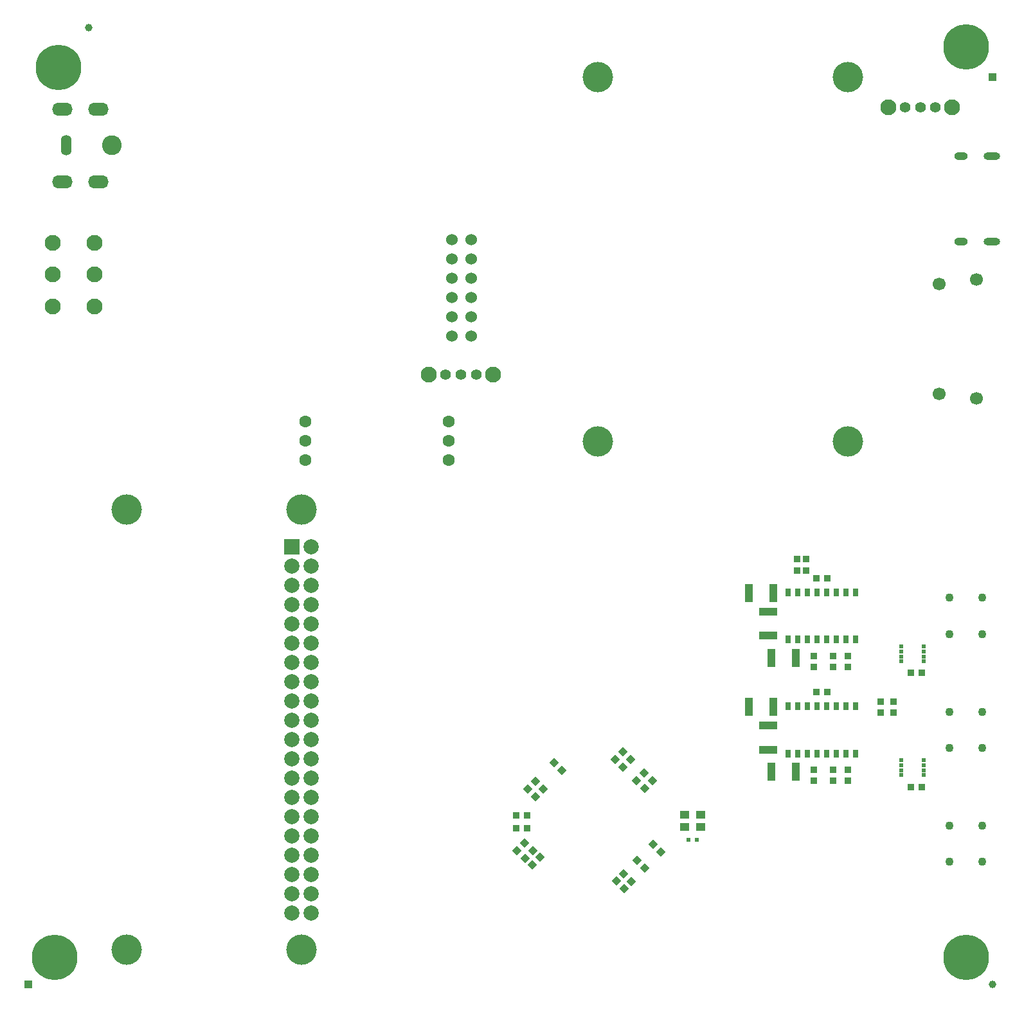
<source format=gbr>
%TF.GenerationSoftware,Altium Limited,Altium Designer,22.1.2 (22)*%
G04 Layer_Color=255*
%FSLAX26Y26*%
%MOIN*%
%TF.SameCoordinates,747B8C89-0A35-4E4D-912B-25F4ADAE1177*%
%TF.FilePolarity,Positive*%
%TF.FileFunction,Pads,Bot*%
%TF.Part,Single*%
G01*
G75*
%TA.AperFunction,SMDPad,CuDef*%
%ADD14R,0.035433X0.033465*%
%ADD15R,0.033465X0.035433*%
%ADD16R,0.023622X0.023622*%
%TA.AperFunction,FiducialPad,Global*%
%ADD30R,0.039370X0.039370*%
%ADD31C,0.039370*%
%TA.AperFunction,SMDPad,CuDef*%
%ADD48R,0.043307X0.094488*%
%TA.AperFunction,ComponentPad*%
%ADD67C,0.055118*%
%ADD68C,0.082677*%
%ADD69C,0.157480*%
%ADD70R,0.078740X0.078740*%
%ADD71C,0.078740*%
%ADD72C,0.060000*%
%ADD73O,0.106299X0.066929*%
%ADD74O,0.055118X0.106299*%
%ADD75C,0.102362*%
%ADD76C,0.062992*%
%ADD77C,0.236220*%
%ADD78C,0.066929*%
%ADD79O,0.070866X0.039370*%
%ADD80O,0.086614X0.039370*%
%ADD81C,0.043307*%
%TA.AperFunction,SMDPad,CuDef*%
%ADD90R,0.051181X0.043307*%
%ADD91R,0.018504X0.019685*%
G04:AMPARAMS|DCode=92|XSize=33.465mil|YSize=35.433mil|CornerRadius=0mil|HoleSize=0mil|Usage=FLASHONLY|Rotation=45.000|XOffset=0mil|YOffset=0mil|HoleType=Round|Shape=Rectangle|*
%AMROTATEDRECTD92*
4,1,4,0.000696,-0.024359,-0.024359,0.000696,-0.000696,0.024359,0.024359,-0.000696,0.000696,-0.024359,0.0*
%
%ADD92ROTATEDRECTD92*%

%ADD93R,0.029921X0.043307*%
%ADD94R,0.094488X0.043307*%
G04:AMPARAMS|DCode=95|XSize=33.465mil|YSize=35.433mil|CornerRadius=0mil|HoleSize=0mil|Usage=FLASHONLY|Rotation=315.000|XOffset=0mil|YOffset=0mil|HoleType=Round|Shape=Rectangle|*
%AMROTATEDRECTD95*
4,1,4,-0.024359,-0.000696,0.000696,0.024359,0.024359,0.000696,-0.000696,-0.024359,-0.024359,-0.000696,0.0*
%
%ADD95ROTATEDRECTD95*%

D14*
X5462598Y2451772D02*
D03*
Y2508858D02*
D03*
X5531496Y2451772D02*
D03*
Y2508858D02*
D03*
X5078740Y3189961D02*
D03*
Y3247047D02*
D03*
X5029528Y3189961D02*
D03*
Y3247047D02*
D03*
X5216535Y2745079D02*
D03*
Y2687992D02*
D03*
X5118110Y2745079D02*
D03*
Y2687992D02*
D03*
X5295276Y2745079D02*
D03*
Y2687992D02*
D03*
X5216535Y2154528D02*
D03*
Y2097441D02*
D03*
X5118110Y2154528D02*
D03*
Y2097441D02*
D03*
X5295276Y2154528D02*
D03*
Y2097441D02*
D03*
D15*
X3630905Y1917323D02*
D03*
X3573819D02*
D03*
X5186024Y3149606D02*
D03*
X5128937D02*
D03*
X5186024Y2559055D02*
D03*
X5128937D02*
D03*
X3630905Y1850394D02*
D03*
X3573819D02*
D03*
X5621063Y2657480D02*
D03*
X5678150D02*
D03*
X5621063Y2066929D02*
D03*
X5678150D02*
D03*
D16*
X4466535Y1791339D02*
D03*
X4509842D02*
D03*
D30*
X6043307Y5748032D02*
D03*
X1043307Y1043307D02*
D03*
D31*
X1358268Y6003937D02*
D03*
X6043307Y1043307D02*
D03*
D48*
X4905512Y3070866D02*
D03*
X4779528D02*
D03*
X5023622Y2736220D02*
D03*
X4897638D02*
D03*
X4905512Y2480315D02*
D03*
X4779528D02*
D03*
X5023622Y2145669D02*
D03*
X4897638D02*
D03*
D67*
X5748032Y5590551D02*
D03*
X5669291D02*
D03*
X5590551D02*
D03*
X3208661Y4204724D02*
D03*
X3287402D02*
D03*
X3366142D02*
D03*
D68*
X5503937Y5590551D02*
D03*
X5834646D02*
D03*
X3452756Y4204724D02*
D03*
X3122047D02*
D03*
X1171260Y4559055D02*
D03*
Y4724409D02*
D03*
Y4889764D02*
D03*
X1387795Y4559055D02*
D03*
Y4724409D02*
D03*
Y4889764D02*
D03*
D69*
X5295276Y5748032D02*
D03*
X3996063D02*
D03*
X5295276Y3858268D02*
D03*
X3996063D02*
D03*
X2460630Y3503937D02*
D03*
X1555118Y1220472D02*
D03*
X2460630D02*
D03*
X1555118Y3503937D02*
D03*
D70*
X2410866Y3312205D02*
D03*
D71*
X2510866D02*
D03*
X2410866Y3212205D02*
D03*
X2510866D02*
D03*
X2410866Y3112205D02*
D03*
X2510866D02*
D03*
X2410866Y3012205D02*
D03*
X2510866D02*
D03*
X2410866Y2912205D02*
D03*
X2510866D02*
D03*
X2410866Y2812205D02*
D03*
X2510866D02*
D03*
X2410866Y2712205D02*
D03*
X2510866D02*
D03*
X2410866Y2612205D02*
D03*
X2510866D02*
D03*
X2410866Y2512205D02*
D03*
X2510866D02*
D03*
X2410866Y2412205D02*
D03*
X2510866D02*
D03*
X2410866Y2312205D02*
D03*
X2510866D02*
D03*
X2410866Y2212205D02*
D03*
X2510866D02*
D03*
X2410866Y2112205D02*
D03*
X2510866D02*
D03*
X2410866Y2012205D02*
D03*
X2510866D02*
D03*
X2410866Y1912205D02*
D03*
X2510866D02*
D03*
X2410866Y1812205D02*
D03*
X2510866D02*
D03*
X2410866Y1712205D02*
D03*
X2510866D02*
D03*
X2410866Y1612205D02*
D03*
X2510866D02*
D03*
X2410866Y1512205D02*
D03*
X2510866D02*
D03*
X2410866Y1412205D02*
D03*
X2510866D02*
D03*
D72*
X3239961Y4406299D02*
D03*
X3339961D02*
D03*
X3239961Y4506299D02*
D03*
X3339961D02*
D03*
X3239961Y4606299D02*
D03*
X3339961D02*
D03*
X3239961Y4706299D02*
D03*
X3339961D02*
D03*
Y4906299D02*
D03*
X3239961D02*
D03*
Y4806299D02*
D03*
X3339961D02*
D03*
D73*
X1220472Y5206693D02*
D03*
Y5580709D02*
D03*
X1405512D02*
D03*
Y5206693D02*
D03*
D74*
X1240158Y5393701D02*
D03*
D75*
X1476378D02*
D03*
D76*
X3224409Y3762205D02*
D03*
Y3862205D02*
D03*
Y3962205D02*
D03*
X2480315Y3762205D02*
D03*
Y3862205D02*
D03*
Y3962205D02*
D03*
D77*
X5905512Y5905512D02*
D03*
Y1181102D02*
D03*
X1200000Y5800000D02*
D03*
X1181102Y1181102D02*
D03*
D78*
X5767717Y4675197D02*
D03*
X5960630Y4698819D02*
D03*
X5767717Y4104331D02*
D03*
X5960630Y4080709D02*
D03*
D79*
X5881890Y5339370D02*
D03*
Y4896850D02*
D03*
D80*
X6039370Y5339370D02*
D03*
Y4896850D02*
D03*
D81*
X5990158Y2858268D02*
D03*
Y3047244D02*
D03*
X5820866D02*
D03*
Y2858268D02*
D03*
X5990158Y2267716D02*
D03*
Y2456693D02*
D03*
X5820866D02*
D03*
Y2267716D02*
D03*
X5990158Y1677165D02*
D03*
Y1866142D02*
D03*
X5820866D02*
D03*
Y1677165D02*
D03*
D90*
X4529528Y1857284D02*
D03*
X4446850D02*
D03*
Y1922244D02*
D03*
X4529528D02*
D03*
D91*
X5571850Y2717520D02*
D03*
Y2743110D02*
D03*
Y2768701D02*
D03*
X5687992Y2794291D02*
D03*
Y2768701D02*
D03*
Y2743110D02*
D03*
Y2717520D02*
D03*
X5571850Y2794291D02*
D03*
Y2126968D02*
D03*
Y2152559D02*
D03*
Y2178150D02*
D03*
X5687992Y2203740D02*
D03*
Y2178150D02*
D03*
Y2152559D02*
D03*
Y2126968D02*
D03*
X5571850Y2203740D02*
D03*
D92*
X3621549Y1696352D02*
D03*
X3661916Y1736719D02*
D03*
X3656982Y1660919D02*
D03*
X3697349Y1701285D02*
D03*
X4086116Y2208163D02*
D03*
X4126482Y2248530D02*
D03*
X4125486Y2168793D02*
D03*
X4165852Y2209160D02*
D03*
X4196352Y2097927D02*
D03*
X4236719Y2138293D02*
D03*
X4239659Y2058557D02*
D03*
X4280026Y2098923D02*
D03*
X3618608Y1776089D02*
D03*
X3578242Y1735722D02*
D03*
D93*
X5182480Y2830709D02*
D03*
X5232480D02*
D03*
X5282480D02*
D03*
X5332480D02*
D03*
X5132480D02*
D03*
X5082480D02*
D03*
X5032480D02*
D03*
X4982480D02*
D03*
X5132480Y3074803D02*
D03*
X5082480D02*
D03*
X5032480D02*
D03*
X4982480D02*
D03*
X5182480D02*
D03*
X5232480D02*
D03*
X5282480D02*
D03*
X5332480D02*
D03*
X5182480Y2240157D02*
D03*
X5232480D02*
D03*
X5282480D02*
D03*
X5332480D02*
D03*
X5132480D02*
D03*
X5082480D02*
D03*
X5032480D02*
D03*
X4982480D02*
D03*
X5132480Y2484252D02*
D03*
X5082480D02*
D03*
X5032480D02*
D03*
X4982480D02*
D03*
X5182480D02*
D03*
X5232480D02*
D03*
X5282480D02*
D03*
X5332480D02*
D03*
D94*
X4881890Y2976378D02*
D03*
Y2850394D02*
D03*
Y2385827D02*
D03*
Y2259843D02*
D03*
D95*
X4093990Y1579238D02*
D03*
X4134356Y1538872D02*
D03*
X4200289Y1685537D02*
D03*
X4240656Y1645171D02*
D03*
X3673727Y2015250D02*
D03*
X3633360Y2055616D02*
D03*
X3713097Y2054620D02*
D03*
X3672730Y2094986D02*
D03*
X3811522Y2153045D02*
D03*
X3771155Y2193412D02*
D03*
X4282966Y1768215D02*
D03*
X4323333Y1727848D02*
D03*
X4129423Y1614671D02*
D03*
X4169789Y1574305D02*
D03*
%TF.MD5,931074f4ba2eb0c06c7377a63e707842*%
M02*

</source>
